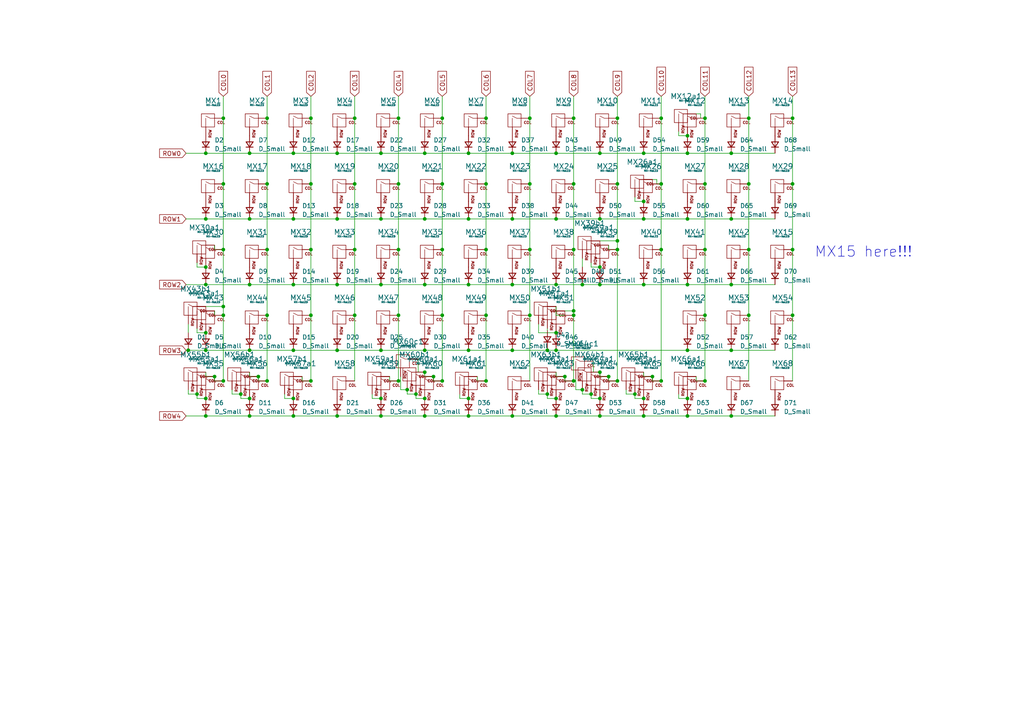
<source format=kicad_sch>
(kicad_sch (version 20230121) (generator eeschema)
  (paper "A4")
  (junction (at 77.47 72.39))
  (junction (at 110.49 120.65))
  (junction (at 85.09 44.45))
  (junction (at 148.59 63.5))
  (junction (at 166.37 34.29))
  (junction (at 179.07 72.39))
  (junction (at 229.87 91.44))
  (junction (at 186.69 120.65))
  (junction (at 115.57 34.29))
  (junction (at 204.47 53.34))
  (junction (at 161.29 82.55))
  (junction (at 199.39 115.57))
  (junction (at 179.07 34.29))
  (junction (at 163.83 109.22))
  (junction (at 199.39 82.55))
  (junction (at 148.59 82.55))
  (junction (at 128.27 34.29))
  (junction (at 69.85 114.3))
  (junction (at 128.27 110.49))
  (junction (at 59.69 96.52))
  (junction (at 135.89 82.55))
  (junction (at 90.17 53.34))
  (junction (at 173.99 63.5))
  (junction (at 97.79 120.65))
  (junction (at 59.69 77.47))
  (junction (at 64.77 53.34))
  (junction (at 217.17 72.39))
  (junction (at 148.59 44.45))
  (junction (at 161.29 120.65))
  (junction (at 168.91 113.03))
  (junction (at 123.19 63.5))
  (junction (at 72.39 82.55))
  (junction (at 128.27 91.44))
  (junction (at 212.09 120.65))
  (junction (at 212.09 82.55))
  (junction (at 189.23 109.22))
  (junction (at 59.69 101.6))
  (junction (at 191.77 72.39))
  (junction (at 64.77 72.39))
  (junction (at 110.49 63.5))
  (junction (at 72.39 63.5))
  (junction (at 166.37 72.39))
  (junction (at 85.09 120.65))
  (junction (at 115.57 53.34))
  (junction (at 135.89 63.5))
  (junction (at 176.53 109.22))
  (junction (at 72.39 101.6))
  (junction (at 173.99 44.45))
  (junction (at 59.69 63.5))
  (junction (at 217.17 53.34))
  (junction (at 72.39 44.45))
  (junction (at 153.67 34.29))
  (junction (at 62.23 109.22))
  (junction (at 54.61 101.6))
  (junction (at 153.67 72.39))
  (junction (at 110.49 82.55))
  (junction (at 191.77 110.49))
  (junction (at 140.97 53.34))
  (junction (at 186.69 115.57))
  (junction (at 229.87 34.29))
  (junction (at 148.59 120.65))
  (junction (at 140.97 34.29))
  (junction (at 158.75 101.6))
  (junction (at 140.97 91.44))
  (junction (at 72.39 120.65))
  (junction (at 186.69 58.42))
  (junction (at 123.19 115.57))
  (junction (at 97.79 44.45))
  (junction (at 204.47 91.44))
  (junction (at 102.87 53.34))
  (junction (at 186.69 44.45))
  (junction (at 135.89 115.57))
  (junction (at 123.19 82.55))
  (junction (at 179.07 53.34))
  (junction (at 59.69 115.57))
  (junction (at 179.07 110.49))
  (junction (at 204.47 34.29))
  (junction (at 115.57 72.39))
  (junction (at 97.79 101.6))
  (junction (at 123.19 44.45))
  (junction (at 186.69 82.55))
  (junction (at 153.67 53.34))
  (junction (at 125.73 109.22))
  (junction (at 166.37 53.34))
  (junction (at 199.39 120.65))
  (junction (at 161.29 44.45))
  (junction (at 184.15 114.3))
  (junction (at 153.67 91.44))
  (junction (at 179.07 69.85))
  (junction (at 59.69 120.65))
  (junction (at 123.19 101.6))
  (junction (at 64.77 34.29))
  (junction (at 212.09 44.45))
  (junction (at 212.09 101.6))
  (junction (at 161.29 115.57))
  (junction (at 110.49 115.57))
  (junction (at 158.75 114.3))
  (junction (at 118.11 113.03))
  (junction (at 64.77 110.49))
  (junction (at 64.77 91.44))
  (junction (at 64.77 88.9))
  (junction (at 90.17 91.44))
  (junction (at 173.99 115.57))
  (junction (at 97.79 82.55))
  (junction (at 212.09 63.5))
  (junction (at 59.69 82.55))
  (junction (at 173.99 107.95))
  (junction (at 77.47 91.44))
  (junction (at 57.15 114.3))
  (junction (at 115.57 91.44))
  (junction (at 110.49 44.45))
  (junction (at 140.97 110.49))
  (junction (at 171.45 114.3))
  (junction (at 128.27 72.39))
  (junction (at 140.97 72.39))
  (junction (at 229.87 53.34))
  (junction (at 85.09 101.6))
  (junction (at 199.39 101.6))
  (junction (at 173.99 120.65))
  (junction (at 120.65 114.3))
  (junction (at 166.37 110.49))
  (junction (at 135.89 101.6))
  (junction (at 204.47 110.49))
  (junction (at 217.17 91.44))
  (junction (at 128.27 53.34))
  (junction (at 90.17 72.39))
  (junction (at 85.09 115.57))
  (junction (at 77.47 53.34))
  (junction (at 173.99 82.55))
  (junction (at 161.29 101.6))
  (junction (at 217.17 34.29))
  (junction (at 102.87 91.44))
  (junction (at 115.57 110.49))
  (junction (at 135.89 44.45))
  (junction (at 102.87 72.39))
  (junction (at 135.89 120.65))
  (junction (at 123.19 120.65))
  (junction (at 166.37 90.17))
  (junction (at 97.79 63.5))
  (junction (at 85.09 82.55))
  (junction (at 204.47 72.39))
  (junction (at 77.47 34.29))
  (junction (at 199.39 63.5))
  (junction (at 161.29 96.52))
  (junction (at 72.39 115.57))
  (junction (at 102.87 34.29))
  (junction (at 59.69 44.45))
  (junction (at 229.87 72.39))
  (junction (at 90.17 34.29))
  (junction (at 168.91 82.55))
  (junction (at 85.09 63.5))
  (junction (at 191.77 53.34))
  (junction (at 199.39 39.37))
  (junction (at 166.37 91.44))
  (junction (at 123.19 107.95))
  (junction (at 161.29 63.5))
  (junction (at 186.69 63.5))
  (junction (at 199.39 44.45))
  (junction (at 173.99 77.47))
  (junction (at 191.77 34.29))
  (junction (at 148.59 101.6))
  (junction (at 74.93 109.22))
  (junction (at 110.49 101.6))
  (junction (at 77.47 110.49))
  (junction (at 90.17 110.49))
  (wire (pts (xy 190.5 52.07) (xy 190.5 53.34)))
  (wire (pts (xy 67.31 114.3) (xy 69.85 114.3)))
  (wire (pts (xy 161.29 120.65) (xy 173.99 120.65)))
  (wire (pts (xy 171.45 114.3) (xy 171.45 115.57)))
  (wire (pts (xy 107.95 115.57) (xy 110.49 115.57)))
  (wire (pts (xy 113.03 109.22) (xy 113.03 110.49)))
  (wire (pts (xy 204.47 27.94) (xy 204.47 34.29)))
  (wire (pts (xy 90.17 91.44) (xy 90.17 110.49)))
  (wire (pts (xy 123.19 44.45) (xy 135.89 44.45)))
  (wire (pts (xy 74.93 110.49) (xy 77.47 110.49)))
  (wire (pts (xy 72.39 44.45) (xy 85.09 44.45)))
  (wire (pts (xy 85.09 120.65) (xy 97.79 120.65)))
  (wire (pts (xy 90.17 27.94) (xy 90.17 34.29)))
  (wire (pts (xy 181.61 113.03) (xy 181.61 114.3)))
  (wire (pts (xy 168.91 82.55) (xy 173.99 82.55)))
  (wire (pts (xy 156.21 113.03) (xy 156.21 114.3)))
  (wire (pts (xy 173.99 44.45) (xy 186.69 44.45)))
  (wire (pts (xy 53.975 63.5) (xy 59.69 63.5)))
  (wire (pts (xy 53.975 101.6) (xy 54.61 101.6)))
  (wire (pts (xy 179.07 72.39) (xy 179.07 110.49)))
  (wire (pts (xy 85.09 44.45) (xy 97.79 44.45)))
  (wire (pts (xy 59.69 96.52) (xy 57.15 96.52)))
  (wire (pts (xy 57.15 96.52) (xy 57.15 95.25)))
  (wire (pts (xy 186.69 82.55) (xy 199.39 82.55)))
  (wire (pts (xy 199.39 63.5) (xy 212.09 63.5)))
  (wire (pts (xy 161.29 44.45) (xy 173.99 44.45)))
  (wire (pts (xy 148.59 82.55) (xy 161.29 82.55)))
  (wire (pts (xy 115.57 53.34) (xy 115.57 34.29)))
  (wire (pts (xy 97.79 101.6) (xy 110.49 101.6)))
  (wire (pts (xy 163.83 109.22) (xy 163.83 110.49)))
  (wire (pts (xy 176.53 109.22) (xy 176.53 110.49)))
  (wire (pts (xy 102.87 91.44) (xy 102.87 110.49)))
  (wire (pts (xy 120.65 115.57) (xy 123.19 115.57)))
  (wire (pts (xy 140.97 34.29) (xy 140.97 53.34)))
  (wire (pts (xy 204.47 34.29) (xy 204.47 53.34)))
  (wire (pts (xy 184.15 115.57) (xy 186.69 115.57)))
  (wire (pts (xy 186.69 58.42) (xy 184.15 58.42)))
  (wire (pts (xy 171.45 115.57) (xy 173.99 115.57)))
  (wire (pts (xy 72.39 120.65) (xy 85.09 120.65)))
  (wire (pts (xy 62.23 109.22) (xy 62.23 110.49)))
  (wire (pts (xy 212.09 82.55) (xy 224.79 82.55)))
  (wire (pts (xy 191.77 34.29) (xy 191.77 27.94)))
  (wire (pts (xy 102.87 27.94) (xy 102.87 34.29)))
  (wire (pts (xy 173.99 109.22) (xy 176.53 109.22)))
  (wire (pts (xy 153.67 27.94) (xy 153.67 34.29)))
  (wire (pts (xy 199.39 82.55) (xy 212.09 82.55)))
  (wire (pts (xy 199.39 120.65) (xy 212.09 120.65)))
  (wire (pts (xy 59.69 107.95) (xy 59.69 109.22)))
  (wire (pts (xy 62.23 110.49) (xy 64.77 110.49)))
  (wire (pts (xy 217.17 34.29) (xy 217.17 27.94)))
  (wire (pts (xy 102.87 72.39) (xy 102.87 91.44)))
  (wire (pts (xy 77.47 27.94) (xy 77.47 34.29)))
  (wire (pts (xy 53.975 82.55) (xy 59.69 82.55)))
  (wire (pts (xy 54.61 93.98) (xy 54.61 96.52)))
  (wire (pts (xy 125.73 110.49) (xy 128.27 110.49)))
  (wire (pts (xy 133.35 115.57) (xy 135.89 115.57)))
  (wire (pts (xy 59.69 109.22) (xy 62.23 109.22)))
  (wire (pts (xy 166.37 34.29) (xy 166.37 27.94)))
  (wire (pts (xy 140.97 91.44) (xy 140.97 110.49)))
  (wire (pts (xy 97.79 63.5) (xy 110.49 63.5)))
  (wire (pts (xy 163.83 90.17) (xy 166.37 90.17)))
  (wire (pts (xy 64.77 27.94) (xy 64.77 34.29)))
  (wire (pts (xy 102.87 53.34) (xy 102.87 72.39)))
  (wire (pts (xy 201.93 109.22) (xy 201.93 110.49)))
  (wire (pts (xy 229.87 27.94) (xy 229.87 34.29)))
  (wire (pts (xy 59.69 120.65) (xy 72.39 120.65)))
  (wire (pts (xy 69.85 114.3) (xy 69.85 115.57)))
  (wire (pts (xy 186.69 44.45) (xy 199.39 44.45)))
  (wire (pts (xy 110.49 120.65) (xy 123.19 120.65)))
  (wire (pts (xy 59.69 77.47) (xy 57.15 77.47)))
  (wire (pts (xy 158.75 114.3) (xy 158.75 115.57)))
  (wire (pts (xy 128.27 53.34) (xy 128.27 72.39)))
  (wire (pts (xy 57.15 114.3) (xy 57.15 115.57)))
  (wire (pts (xy 128.27 27.94) (xy 128.27 34.29)))
  (wire (pts (xy 121.285 104.14) (xy 121.285 107.95)))
  (wire (pts (xy 97.79 44.45) (xy 110.49 44.45)))
  (wire (pts (xy 90.17 72.39) (xy 90.17 91.44)))
  (wire (pts (xy 62.23 91.44) (xy 64.77 91.44)))
  (wire (pts (xy 173.99 107.95) (xy 173.99 109.22)))
  (wire (pts (xy 107.95 114.3) (xy 107.95 115.57)))
  (wire (pts (xy 156.21 93.98) (xy 156.21 96.52)))
  (wire (pts (xy 82.55 114.3) (xy 82.55 115.57)))
  (wire (pts (xy 173.99 82.55) (xy 186.69 82.55)))
  (wire (pts (xy 59.69 63.5) (xy 72.39 63.5)))
  (wire (pts (xy 53.975 120.65) (xy 59.69 120.65)))
  (wire (pts (xy 196.85 114.3) (xy 196.85 115.57)))
  (wire (pts (xy 186.69 120.65) (xy 199.39 120.65)))
  (wire (pts (xy 128.27 34.29) (xy 128.27 53.34)))
  (wire (pts (xy 217.17 53.34) (xy 217.17 34.29)))
  (wire (pts (xy 53.975 44.45) (xy 59.69 44.45)))
  (wire (pts (xy 148.59 101.6) (xy 158.75 101.6)))
  (wire (pts (xy 176.53 110.49) (xy 179.07 110.49)))
  (wire (pts (xy 166.37 91.44) (xy 166.37 110.49)))
  (wire (pts (xy 135.89 120.65) (xy 148.59 120.65)))
  (wire (pts (xy 90.17 53.34) (xy 90.17 72.39)))
  (wire (pts (xy 189.23 110.49) (xy 191.77 110.49)))
  (wire (pts (xy 110.49 44.45) (xy 123.19 44.45)))
  (wire (pts (xy 204.47 91.44) (xy 204.47 110.49)))
  (wire (pts (xy 121.285 107.95) (xy 123.19 107.95)))
  (wire (pts (xy 153.67 72.39) (xy 153.67 91.44)))
  (wire (pts (xy 173.99 77.47) (xy 171.45 77.47)))
  (wire (pts (xy 113.03 110.49) (xy 115.57 110.49)))
  (wire (pts (xy 189.23 52.07) (xy 190.5 52.07)))
  (wire (pts (xy 212.09 101.6) (xy 199.39 101.6)))
  (wire (pts (xy 158.75 100.965) (xy 158.75 101.6)))
  (wire (pts (xy 116.205 109.22) (xy 116.205 113.03)))
  (wire (pts (xy 115.57 34.29) (xy 115.57 27.94)))
  (wire (pts (xy 224.79 101.6) (xy 212.09 101.6)))
  (wire (pts (xy 156.21 96.52) (xy 161.29 96.52)))
  (wire (pts (xy 172.085 104.775) (xy 172.085 107.95)))
  (wire (pts (xy 204.47 53.34) (xy 204.47 72.39)))
  (wire (pts (xy 229.87 34.29) (xy 229.87 53.34)))
  (wire (pts (xy 59.69 101.6) (xy 72.39 101.6)))
  (wire (pts (xy 123.19 82.55) (xy 135.89 82.55)))
  (wire (pts (xy 196.85 115.57) (xy 199.39 115.57)))
  (wire (pts (xy 128.27 72.39) (xy 128.27 91.44)))
  (wire (pts (xy 135.89 101.6) (xy 148.59 101.6)))
  (wire (pts (xy 176.53 71.12) (xy 176.53 72.39)))
  (wire (pts (xy 67.31 113.03) (xy 67.31 114.3)))
  (wire (pts (xy 173.99 69.85) (xy 179.07 69.85)))
  (wire (pts (xy 148.59 44.45) (xy 161.29 44.45)))
  (wire (pts (xy 161.29 82.55) (xy 168.91 82.55)))
  (wire (pts (xy 123.19 63.5) (xy 135.89 63.5)))
  (wire (pts (xy 166.37 72.39) (xy 166.37 90.17)))
  (wire (pts (xy 161.29 63.5) (xy 173.99 63.5)))
  (wire (pts (xy 171.45 77.47) (xy 171.45 76.2)))
  (wire (pts (xy 179.07 53.34) (xy 179.07 69.85)))
  (wire (pts (xy 77.47 34.29) (xy 77.47 53.34)))
  (wire (pts (xy 167.005 109.855) (xy 167.005 113.03)))
  (wire (pts (xy 64.77 88.9) (xy 64.77 91.44)))
  (wire (pts (xy 229.87 72.39) (xy 229.87 91.44)))
  (wire (pts (xy 135.89 82.55) (xy 148.59 82.55)))
  (wire (pts (xy 173.99 120.65) (xy 186.69 120.65)))
  (wire (pts (xy 148.59 63.5) (xy 161.29 63.5)))
  (wire (pts (xy 163.83 110.49) (xy 166.37 110.49)))
  (wire (pts (xy 168.91 114.3) (xy 171.45 114.3)))
  (wire (pts (xy 82.55 115.57) (xy 85.09 115.57)))
  (wire (pts (xy 64.77 72.39) (xy 64.77 88.9)))
  (wire (pts (xy 57.15 77.47) (xy 57.15 76.2)))
  (wire (pts (xy 123.19 120.65) (xy 135.89 120.65)))
  (wire (pts (xy 72.39 109.22) (xy 74.93 109.22)))
  (wire (pts (xy 186.69 63.5) (xy 199.39 63.5)))
  (wire (pts (xy 120.65 114.3) (xy 120.65 115.57)))
  (wire (pts (xy 85.09 82.55) (xy 97.79 82.55)))
  (wire (pts (xy 212.09 63.5) (xy 224.79 63.5)))
  (wire (pts (xy 110.49 101.6) (xy 123.19 101.6)))
  (wire (pts (xy 153.67 34.29) (xy 153.67 53.34)))
  (wire (pts (xy 115.57 110.49) (xy 115.57 91.44)))
  (wire (pts (xy 102.87 34.29) (xy 102.87 53.34)))
  (wire (pts (xy 59.69 82.55) (xy 72.39 82.55)))
  (wire (pts (xy 168.91 74.93) (xy 168.91 77.47)))
  (wire (pts (xy 179.07 69.85) (xy 179.07 72.39)))
  (wire (pts (xy 97.79 82.55) (xy 110.49 82.55)))
  (wire (pts (xy 167.005 113.03) (xy 168.91 113.03)))
  (wire (pts (xy 77.47 91.44) (xy 77.47 110.49)))
  (wire (pts (xy 118.11 113.03) (xy 118.11 114.3)))
  (wire (pts (xy 135.89 44.45) (xy 148.59 44.45)))
  (wire (pts (xy 191.77 53.34) (xy 191.77 34.29)))
  (wire (pts (xy 229.87 53.34) (xy 229.87 72.39)))
  (wire (pts (xy 128.27 91.44) (xy 128.27 110.49)))
  (wire (pts (xy 229.87 91.44) (xy 229.87 110.49)))
  (wire (pts (xy 115.57 91.44) (xy 115.57 72.39)))
  (wire (pts (xy 59.69 44.45) (xy 72.39 44.45)))
  (wire (pts (xy 125.73 109.22) (xy 125.73 110.49)))
  (wire (pts (xy 97.79 120.65) (xy 110.49 120.65)))
  (wire (pts (xy 140.97 27.94) (xy 140.97 34.29)))
  (wire (pts (xy 201.93 110.49) (xy 204.47 110.49)))
  (wire (pts (xy 217.17 110.49) (xy 217.17 91.44)))
  (wire (pts (xy 156.21 114.3) (xy 158.75 114.3)))
  (wire (pts (xy 87.63 109.22) (xy 87.63 110.49)))
  (wire (pts (xy 166.37 90.17) (xy 166.37 91.44)))
  (wire (pts (xy 77.47 72.39) (xy 77.47 91.44)))
  (wire (pts (xy 179.07 34.29) (xy 179.07 53.34)))
  (wire (pts (xy 133.35 114.3) (xy 133.35 115.57)))
  (wire (pts (xy 72.39 82.55) (xy 85.09 82.55)))
  (wire (pts (xy 138.43 109.22) (xy 138.43 110.49)))
  (wire (pts (xy 203.2 34.29) (xy 204.47 34.29)))
  (wire (pts (xy 64.77 91.44) (xy 64.77 110.49)))
  (wire (pts (xy 123.19 107.95) (xy 123.19 109.22)))
  (wire (pts (xy 85.09 101.6) (xy 97.79 101.6)))
  (wire (pts (xy 54.61 114.3) (xy 57.15 114.3)))
  (wire (pts (xy 176.53 72.39) (xy 179.07 72.39)))
  (wire (pts (xy 158.75 115.57) (xy 161.29 115.57)))
  (wire (pts (xy 189.23 109.22) (xy 189.23 110.49)))
  (wire (pts (xy 138.43 110.49) (xy 140.97 110.49)))
  (wire (pts (xy 179.07 27.94) (xy 179.07 34.29)))
  (wire (pts (xy 199.39 39.37) (xy 196.85 39.37)))
  (wire (pts (xy 90.17 34.29) (xy 90.17 53.34)))
  (wire (pts (xy 153.67 91.44) (xy 153.67 110.49)))
  (wire (pts (xy 69.85 115.57) (xy 72.39 115.57)))
  (wire (pts (xy 54.61 101.6) (xy 59.69 101.6)))
  (wire (pts (xy 148.59 120.65) (xy 161.29 120.65)))
  (wire (pts (xy 168.91 113.03) (xy 168.91 114.3)))
  (wire (pts (xy 186.69 107.95) (xy 186.69 109.22)))
  (wire (pts (xy 64.77 34.29) (xy 64.77 53.34)))
  (wire (pts (xy 186.69 109.22) (xy 189.23 109.22)))
  (wire (pts (xy 161.29 109.22) (xy 163.83 109.22)))
  (wire (pts (xy 161.29 101.6) (xy 199.39 101.6)))
  (wire (pts (xy 64.77 53.34) (xy 64.77 72.39)))
  (wire (pts (xy 110.49 82.55) (xy 123.19 82.55)))
  (wire (pts (xy 87.63 110.49) (xy 90.17 110.49)))
  (wire (pts (xy 161.29 91.44) (xy 166.37 91.44)))
  (wire (pts (xy 72.39 101.6) (xy 85.09 101.6)))
  (wire (pts (xy 181.61 114.3) (xy 184.15 114.3)))
  (wire (pts (xy 196.85 39.37) (xy 196.85 38.1)))
  (wire (pts (xy 224.79 120.65) (xy 212.09 120.65)))
  (wire (pts (xy 184.15 114.3) (xy 184.15 115.57)))
  (wire (pts (xy 72.39 107.95) (xy 72.39 109.22)))
  (wire (pts (xy 158.75 101.6) (xy 161.29 101.6)))
  (wire (pts (xy 172.085 107.95) (xy 173.99 107.95)))
  (wire (pts (xy 166.37 53.34) (xy 166.37 34.29)))
  (wire (pts (xy 217.17 91.44) (xy 217.17 72.39)))
  (wire (pts (xy 203.2 33.02) (xy 203.2 34.29)))
  (wire (pts (xy 191.77 72.39) (xy 191.77 110.49)))
  (wire (pts (xy 85.09 63.5) (xy 97.79 63.5)))
  (wire (pts (xy 62.23 90.17) (xy 62.23 91.44)))
  (wire (pts (xy 173.99 63.5) (xy 186.69 63.5)))
  (wire (pts (xy 140.97 72.39) (xy 140.97 91.44)))
  (wire (pts (xy 135.89 63.5) (xy 148.59 63.5)))
  (wire (pts (xy 166.37 72.39) (xy 166.37 53.34)))
  (wire (pts (xy 118.11 114.3) (xy 120.65 114.3)))
  (wire (pts (xy 184.15 58.42) (xy 184.15 57.15)))
  (wire (pts (xy 161.29 107.95) (xy 161.29 109.22)))
  (wire (pts (xy 204.47 72.39) (xy 204.47 91.44)))
  (wire (pts (xy 212.09 44.45) (xy 224.79 44.45)))
  (wire (pts (xy 161.29 88.9) (xy 161.29 91.44)))
  (wire (pts (xy 57.15 115.57) (xy 59.69 115.57)))
  (wire (pts (xy 199.39 44.45) (xy 212.09 44.45)))
  (wire (pts (xy 123.19 109.22) (xy 125.73 109.22)))
  (wire (pts (xy 110.49 63.5) (xy 123.19 63.5)))
  (wire (pts (xy 77.47 53.34) (xy 77.47 72.39)))
  (wire (pts (xy 116.205 113.03) (xy 118.11 113.03)))
  (wire (pts (xy 54.61 113.03) (xy 54.61 114.3)))
  (wire (pts (xy 191.77 72.39) (xy 191.77 53.34)))
  (wire (pts (xy 153.67 53.34) (xy 153.67 72.39)))
  (wire (pts (xy 72.39 63.5) (xy 85.09 63.5)))
  (wire (pts (xy 140.97 53.34) (xy 140.97 72.39)))
  (wire (pts (xy 201.93 33.02) (xy 203.2 33.02)))
  (wire (pts (xy 74.93 109.22) (xy 74.93 110.49)))
  (wire (pts (xy 217.17 72.39) (xy 217.17 53.34)))
  (wire (pts (xy 62.23 72.39) (xy 64.77 72.39)))
  (wire (pts (xy 59.69 88.9) (xy 64.77 88.9)))
  (wire (pts (xy 190.5 53.34) (xy 191.77 53.34)))
  (wire (pts (xy 115.57 72.39) (xy 115.57 53.34)))
  (wire (pts (xy 158.75 95.25) (xy 158.75 95.885)))
  (wire (pts (xy 62.23 71.12) (xy 62.23 72.39)))
  (wire (pts (xy 123.19 101.6) (xy 135.89 101.6)))
  (text "MX15 here!!!\n" (at 236.22 74.93 0) (effects (font (size 3 3)) (justify left bottom)))
  (global_label "COL3" (shape input) (at 102.87 27.94 90) (property "Intersheetrefs" "${INTERSHEET_REFS}" (effects hide)))
  (global_label "ROW3" (shape input) (at 53.975 101.6 180) (property "Intersheetrefs" "${INTERSHEET_REFS}" (effects hide)))
  (global_label "COL12" (shape input) (at 217.17 27.94 90) (property "Intersheetrefs" "${INTERSHEET_REFS}" (effects hide)))
  (global_label "COL6" (shape input) (at 140.97 27.94 90) (property "Intersheetrefs" "${INTERSHEET_REFS}" (effects hide)))
  (global_label "COL9" (shape input) (at 179.07 27.94 90) (property "Intersheetrefs" "${INTERSHEET_REFS}" (effects hide)))
  (global_label "ROW0" (shape input) (at 53.975 44.45 180) (property "Intersheetrefs" "${INTERSHEET_REFS}" (effects hide)))
  (global_label "ROW2" (shape input) (at 53.975 82.55 180) (property "Intersheetrefs" "${INTERSHEET_REFS}" (effects hide)))
  (global_label "COL10" (shape input) (at 191.77 27.94 90) (property "Intersheetrefs" "${INTERSHEET_REFS}" (effects hide)))
  (global_label "COL7" (shape input) (at 153.67 27.94 90) (property "Intersheetrefs" "${INTERSHEET_REFS}" (effects hide)))
  (global_label "COL11" (shape input) (at 204.47 27.94 90) (property "Intersheetrefs" "${INTERSHEET_REFS}" (effects hide)))
  (global_label "COL8" (shape input) (at 166.37 27.94 90) (property "Intersheetrefs" "${INTERSHEET_REFS}" (effects hide)))
  (global_label "ROW1" (shape input) (at 53.975 63.5 180) (property "Intersheetrefs" "${INTERSHEET_REFS}" (effects hide)))
  (global_label "COL4" (shape input) (at 115.57 27.94 90) (property "Intersheetrefs" "${INTERSHEET_REFS}" (effects hide)))
  (global_label "COL13" (shape input) (at 229.87 27.94 90) (property "Intersheetrefs" "${INTERSHEET_REFS}" (effects hide)))
  (global_label "ROW4" (shape input) (at 53.975 120.65 180) (property "Intersheetrefs" "${INTERSHEET_REFS}" (effects hide)))
  (global_label "COL2" (shape input) (at 90.17 27.94 90) (property "Intersheetrefs" "${INTERSHEET_REFS}" (effects hide)))
  (global_label "COL0" (shape input) (at 64.77 27.94 90) (property "Intersheetrefs" "${INTERSHEET_REFS}" (effects hide)))
  (global_label "COL1" (shape input) (at 77.47 27.94 90) (property "Intersheetrefs" "${INTERSHEET_REFS}" (effects hide)))
  (global_label "COL5" (shape input) (at 128.27 27.94 90) (property "Intersheetrefs" "${INTERSHEET_REFS}" (effects hide)))
  (symbol (lib_id "MX_Alps_Hybrid:MX-NoLED") (at 187.96 73.66 0) (unit 1)
    (property "Reference" "MX40" (at 188.8456 67.31 0) (effects (font (size 1.524 1.524))))
    (property "Value" "MX-NoLED" (at 188.8456 68.58 0) (effects (font (size 0.508 0.508))))
    (property "Footprint" "MX_Only:MXOnly-1U-NoLED" (effects hide))
  )
  (symbol (lib_id "Device:D_Small") (at 148.59 60.96 90) (unit 1)
    (property "Reference" "D38" (at 151.13 59.6899 90) (effects (justify right)))
    (property "Value" "D_Small" (at 151.13 62.2299 90) (effects (justify right)))
    (property "Footprint" "Diode_SMD:D_SOD-123F" (effects hide))
  )
  (symbol (lib_id "MX_Alps_Hybrid:MX-NoLED") (at 149.86 35.56 0) (unit 1)
    (property "Reference" "MX8" (at 150.7456 29.21 0) (effects (font (size 1.524 1.524))))
    (property "Value" "MX-NoLED" (at 150.7456 30.48 0) (effects (font (size 0.508 0.508))))
    (property "Footprint" "MX_Only:MXOnly-1U-NoLED" (effects hide))
  )
  (symbol (lib_id "MX_Alps_Hybrid:MX-NoLED") (at 226.06 111.76 0) (unit 1)
    (property "Reference" "MX68" (at 226.9456 105.41 0) (effects (font (size 1.524 1.524))))
    (property "Value" "MX-NoLED" (at 226.9456 106.68 0) (effects (font (size 0.508 0.508))))
    (property "Footprint" "MX_Only:MXOnly-1U-NoLED" (effects hide))
  )
  (symbol (lib_id "MX_Alps_Hybrid:MX-NoLED") (at 137.16 54.61 0) (unit 1)
    (property "Reference" "MX22" (at 138.0456 48.26 0) (effects (font (size 1.524 1.524))))
    (property "Value" "MX-NoLED" (at 138.0456 49.53 0) (effects (font (size 0.508 0.508))))
    (property "Footprint" "MX_Only:MXOnly-1U-NoLED" (effects hide))
  )
  (symbol (lib_id "Device:D_Small") (at 212.09 80.01 90) (unit 1)
    (property "Reference" "D66" (at 214.63 78.7399 90) (effects (justify right)))
    (property "Value" "D_Small" (at 214.63 81.2799 90) (effects (justify right)))
    (property "Footprint" "Diode_SMD:D_SOD-123F" (effects hide))
  )
  (symbol (lib_id "MX_Alps_Hybrid:MX-NoLED") (at 137.16 111.76 0) (unit 1)
    (property "Reference" "MX61" (at 138.0456 105.41 0) (effects (font (size 1.524 1.524))))
    (property "Value" "MX-NoLED" (at 138.0456 106.68 0) (effects (font (size 0.508 0.508))))
    (property "Footprint" "MX_Only:MXOnly-2.25U-ReversedStabilizers-NoLED" (effects hide))
  )
  (symbol (lib_id "MX_Alps_Hybrid:MX-NoLED") (at 168.275 106.045 0) (unit 1)
    (property "Reference" "MX64c1" (at 169.1606 99.695 0) (effects (font (size 1.524 1.524))))
    (property "Value" "MX-NoLED" (at 169.1606 100.965 0) (effects (font (size 0.508 0.508))))
    (property "Footprint" "MX_Only:MXOnly-1U-NoLED" (effects hide))
  )
  (symbol (lib_id "Device:D_Small") (at 85.09 80.01 90) (unit 1)
    (property "Reference" "D14" (at 87.63 78.7399 90) (effects (justify right)))
    (property "Value" "D_Small" (at 87.63 81.2799 90) (effects (justify right)))
    (property "Footprint" "Diode_SMD:D_SOD-123F" (effects hide))
  )
  (symbol (lib_id "Device:D_Small") (at 161.29 60.96 90) (unit 1)
    (property "Reference" "D44" (at 163.83 59.6899 90) (effects (justify right)))
    (property "Value" "D_Small" (at 163.83 62.2299 90) (effects (justify right)))
    (property "Footprint" "Diode_SMD:D_SOD-123F" (effects hide))
  )
  (symbol (lib_id "Device:D_Small") (at 173.99 60.96 90) (unit 1)
    (property "Reference" "D50" (at 176.53 59.6899 90) (effects (justify right)))
    (property "Value" "D_Small" (at 176.53 62.2299 90) (effects (justify right)))
    (property "Footprint" "Diode_SMD:D_SOD-123F" (effects hide))
  )
  (symbol (lib_id "MX_Alps_Hybrid:MX-NoLED") (at 86.36 111.76 0) (unit 1)
    (property "Reference" "MX57a1" (at 87.2456 105.41 0) (effects (font (size 1.524 1.524))))
    (property "Value" "MX-NoLED" (at 87.2456 106.68 0) (effects (font (size 0.508 0.508))))
    (property "Footprint" "MX_Only:MXOnly-1U-NoLED" (effects hide))
  )
  (symbol (lib_id "MX_Alps_Hybrid:MX-NoLED") (at 60.96 35.56 0) (unit 1)
    (property "Reference" "MX1" (at 61.8456 29.21 0) (effects (font (size 1.524 1.524))))
    (property "Value" "MX-NoLED" (at 61.8456 30.48 0) (effects (font (size 0.508 0.508))))
    (property "Footprint" "MX_Only:MXOnly-1U-NoLED" (effects hide))
  )
  (symbol (lib_id "MX_Alps_Hybrid:MX-NoLED") (at 172.72 72.39 0) (unit 1)
    (property "Reference" "MX39a1" (at 173.6056 66.04 0) (effects (font (size 1.524 1.524))))
    (property "Value" "MX-NoLED" (at 173.6056 67.31 0) (effects (font (size 0.508 0.508))))
    (property "Footprint" "MX_Only:MXOnly-1U-NoLED" (effects hide))
  )
  (symbol (lib_id "MX_Alps_Hybrid:MX-NoLED") (at 213.36 35.56 0) (unit 1)
    (property "Reference" "MX13" (at 214.2456 29.21 0) (effects (font (size 1.524 1.524))))
    (property "Value" "MX-NoLED" (at 214.2456 30.48 0) (effects (font (size 0.508 0.508))))
    (property "Footprint" "MX_Only:MXOnly-1U-NoLED" (effects hide))
  )
  (symbol (lib_id "MX_Alps_Hybrid:MX-NoLED") (at 175.26 35.56 0) (unit 1)
    (property "Reference" "MX10" (at 176.1456 29.21 0) (effects (font (size 1.524 1.524))))
    (property "Value" "MX-NoLED" (at 176.1456 30.48 0) (effects (font (size 0.508 0.508))))
    (property "Footprint" "MX_Only:MXOnly-1U-NoLED" (effects hide))
  )
  (symbol (lib_id "Device:D_Small") (at 224.79 60.96 90) (unit 1)
    (property "Reference" "D69" (at 227.33 59.6899 90) (effects (justify right)))
    (property "Value" "D_Small" (at 227.33 62.2299 90) (effects (justify right)))
    (property "Footprint" "Diode_SMD:D_SOD-123F" (effects hide))
  )
  (symbol (lib_id "Device:D_Small") (at 224.79 99.06 90) (unit 1)
    (property "Reference" "D62" (at 227.33 97.7899 90) (effects (justify right)))
    (property "Value" "D_Small" (at 227.33 100.3299 90) (effects (justify right)))
    (property "Footprint" "Diode_SMD:D_SOD-123F" (effects hide))
  )
  (symbol (lib_id "MX_Alps_Hybrid:MX-NoLED") (at 187.96 35.56 0) (unit 1)
    (property "Reference" "MX11" (at 188.8456 29.21 0) (effects (font (size 1.524 1.524))))
    (property "Value" "MX-NoLED" (at 188.8456 30.48 0) (effects (font (size 0.508 0.508))))
    (property "Footprint" "MX_Only:MXOnly-1U-NoLED" (effects hide))
  )
  (symbol (lib_id "MX_Alps_Hybrid:MX-NoLED") (at 58.42 110.49 0) (unit 1)
    (property "Reference" "MX55a1" (at 59.3056 104.14 0) (effects (font (size 1.524 1.524))))
    (property "Value" "MX-NoLED" (at 59.3056 105.41 0) (effects (font (size 0.508 0.508))))
    (property "Footprint" "MX_Only:MXOnly-1.25U-NoLED" (effects hide))
  )
  (symbol (lib_id "Device:D_Small") (at 199.39 80.01 90) (unit 1)
    (property "Reference" "D61" (at 201.93 78.7399 90) (effects (justify right)))
    (property "Value" "D_Small" (at 201.93 81.2799 90) (effects (justify right)))
    (property "Footprint" "Diode_SMD:D_SOD-123F" (effects hide))
  )
  (symbol (lib_id "Device:D_Small") (at 123.19 80.01 90) (unit 1)
    (property "Reference" "D29" (at 125.73 78.7399 90) (effects (justify right)))
    (property "Value" "D_Small" (at 125.73 81.2799 90) (effects (justify right)))
    (property "Footprint" "Diode_SMD:D_SOD-123F" (effects hide))
  )
  (symbol (lib_id "MX_Alps_Hybrid:MX-NoLED") (at 99.06 54.61 0) (unit 1)
    (property "Reference" "MX19" (at 99.9456 48.26 0) (effects (font (size 1.524 1.524))))
    (property "Value" "MX-NoLED" (at 99.9456 49.53 0) (effects (font (size 0.508 0.508))))
    (property "Footprint" "MX_Only:MXOnly-1U-NoLED" (effects hide))
  )
  (symbol (lib_id "Device:D_Small") (at 168.91 80.01 90) (unit 1)
    (property "Reference" "D48" (at 171.45 78.7399 90) (effects (justify right)))
    (property "Value" "D_Small" (at 171.45 81.2799 90) (effects (justify right)))
    (property "Footprint" "Diode_SMD:D_SOD-123F" (effects hide))
  )
  (symbol (lib_id "Device:D_Small") (at 110.49 99.06 90) (unit 1)
    (property "Reference" "D25" (at 113.03 97.7899 90) (effects (justify right)))
    (property "Value" "D_Small" (at 113.03 100.3299 90) (effects (justify right)))
    (property "Footprint" "Diode_SMD:D_SOD-123F" (effects hide))
  )
  (symbol (lib_id "MX_Alps_Hybrid:MX-NoLED") (at 86.36 92.71 0) (unit 1)
    (property "Reference" "MX45" (at 87.2456 86.36 0) (effects (font (size 1.524 1.524))))
    (property "Value" "MX-NoLED" (at 87.2456 87.63 0) (effects (font (size 0.508 0.508))))
    (property "Footprint" "MX_Only:MXOnly-1U-NoLED" (effects hide))
  )
  (symbol (lib_id "Device:D_Small") (at 186.69 118.11 90) (unit 1)
    (property "Reference" "D58" (at 189.23 116.8399 90) (effects (justify right)))
    (property "Value" "D_Small" (at 189.23 119.3799 90) (effects (justify right)))
    (property "Footprint" "Diode_SMD:D_SOD-123F" (effects hide))
  )
  (symbol (lib_id "MX_Alps_Hybrid:MX-NoLED") (at 73.66 35.56 0) (unit 1)
    (property "Reference" "MX2" (at 74.5456 29.21 0) (effects (font (size 1.524 1.524))))
    (property "Value" "MX-NoLED" (at 74.5456 30.48 0) (effects (font (size 0.508 0.508))))
    (property "Footprint" "MX_Only:MXOnly-1U-NoLED" (effects hide))
  )
  (symbol (lib_id "MX_Alps_Hybrid:MX-NoLED") (at 185.42 53.34 0) (unit 1)
    (property "Reference" "MX26a1" (at 186.3056 46.99 0) (effects (font (size 1.524 1.524))))
    (property "Value" "MX-NoLED" (at 186.3056 48.26 0) (effects (font (size 0.508 0.508))))
    (property "Footprint" "MX_Only:MXOnly-ISO-ReversedStabilizers-NoLED" (effects hide))
  )
  (symbol (lib_id "MX_Alps_Hybrid:MX-NoLED") (at 99.06 111.76 0) (unit 1)
    (property "Reference" "MX58" (at 99.9456 105.41 0) (effects (font (size 1.524 1.524))))
    (property "Value" "MX-NoLED" (at 99.9456 106.68 0) (effects (font (size 0.508 0.508))))
    (property "Footprint" "MX_Only:MXOnly-1U-NoLED" (effects hide))
  )
  (symbol (lib_id "MX_Alps_Hybrid:MX-NoLED") (at 137.16 92.71 0) (unit 1)
    (property "Reference" "MX49" (at 138.0456 86.36 0) (effects (font (size 1.524 1.524))))
    (property "Value" "MX-NoLED" (at 138.0456 87.63 0) (effects (font (size 0.508 0.508))))
    (property "Footprint" "MX_Only:MXOnly-1U-NoLED" (effects hide))
  )
  (symbol (lib_id "Device:D_Small") (at 97.79 99.06 90) (unit 1)
    (property "Reference" "D20" (at 100.33 97.7899 90) (effects (justify right)))
    (property "Value" "D_Small" (at 100.33 100.3299 90) (effects (justify right)))
    (property "Footprint" "Diode_SMD:D_SOD-123F" (effects hide))
  )
  (symbol (lib_id "Device:D_Small") (at 186.69 60.96 90) (unit 1)
    (property "Reference" "D55" (at 189.23 59.6899 90) (effects (justify right)))
    (property "Value" "D_Small" (at 189.23 62.2299 90) (effects (justify right)))
    (property "Footprint" "Diode_SMD:D_SOD-123F" (effects hide))
  )
  (symbol (lib_id "MX_Alps_Hybrid:MX-NoLED") (at 111.76 92.71 0) (unit 1)
    (property "Reference" "MX47" (at 112.6456 86.36 0) (effects (font (size 1.524 1.524))))
    (property "Value" "MX-NoLED" (at 112.6456 87.63 0) (effects (font (size 0.508 0.508))))
    (property "Footprint" "MX_Only:MXOnly-1U-NoLED" (effects hide))
  )
  (symbol (lib_id "Device:D_Small") (at 59.69 60.96 90) (unit 1)
    (property "Reference" "D3" (at 62.23 59.6899 90) (effects (justify right)))
    (property "Value" "D_Small" (at 62.23 62.2299 90) (effects (justify right)))
    (property "Footprint" "Diode_SMD:D_SOD-123F" (effects hide))
  )
  (symbol (lib_id "MX_Alps_Hybrid:MX-NoLED") (at 124.46 35.56 0) (unit 1)
    (property "Reference" "MX6" (at 125.3456 29.21 0) (effects (font (size 1.524 1.524))))
    (property "Value" "MX-NoLED" (at 125.3456 30.48 0) (effects (font (size 0.508 0.508))))
    (property "Footprint" "MX_Only:MXOnly-1U-NoLED" (effects hide))
  )
  (symbol (lib_id "MX_Alps_Hybrid:MX-NoLED") (at 134.62 110.49 0) (unit 1)
    (property "Reference" "MX61a1" (at 135.5056 104.14 0) (effects (font (size 1.524 1.524))))
    (property "Value" "MX-NoLED" (at 135.5056 105.41 0) (effects (font (size 0.508 0.508))))
    (property "Footprint" "MX_Only:MXOnly-3U-ReversedStabilizers-NoLED" (effects hide))
  )
  (symbol (lib_id "MX_Alps_Hybrid:MX-NoLED") (at 185.42 110.49 0) (unit 1)
    (property "Reference" "MX65a1" (at 186.3056 104.14 0) (effects (font (size 1.524 1.524))))
    (property "Value" "MX-NoLED" (at 186.3056 105.41 0) (effects (font (size 0.508 0.508))))
    (property "Footprint" "MX_Only:MXOnly-1.25U-NoLED" (effects hide))
  )
  (symbol (lib_id "Device:D_Small") (at 173.99 118.11 90) (unit 1)
    (property "Reference" "D53" (at 176.53 116.8399 90) (effects (justify right)))
    (property "Value" "D_Small" (at 176.53 119.3799 90) (effects (justify right)))
    (property "Footprint" "Diode_SMD:D_SOD-123F" (effects hide))
  )
  (symbol (lib_id "MX_Alps_Hybrid:MX-NoLED") (at 213.36 92.71 0) (unit 1)
    (property "Reference" "MX53" (at 214.2456 86.36 0) (effects (font (size 1.524 1.524))))
    (property "Value" "MX-NoLED" (at 214.2456 87.63 0) (effects (font (size 0.508 0.508))))
    (property "Footprint" "MX_Only:MXOnly-1U-NoLED" (effects hide))
  )
  (symbol (lib_id "Device:D_Small") (at 110.49 41.91 90) (unit 1)
    (property "Reference" "D22" (at 113.03 40.6399 90) (effects (justify right)))
    (property "Value" "D_Small" (at 113.03 43.1799 90) (effects (justify right)))
    (property "Footprint" "Diode_SMD:D_SOD-123F" (effects hide))
  )
  (symbol (lib_id "Device:D_Small") (at 123.19 118.11 90) (unit 1)
    (property "Reference" "D31" (at 125.73 116.8399 90) (effects (justify right)))
    (property "Value" "D_Small" (at 125.73 119.3799 90) (effects (justify right)))
    (property "Footprint" "Diode_SMD:D_SOD-123F" (effects hide))
  )
  (symbol (lib_id "Device:D_Small") (at 59.69 99.06 90) (unit 1)
    (property "Reference" "D5" (at 62.23 97.7899 90) (effects (justify right)))
    (property "Value" "D_Small" (at 62.23 100.3299 90) (effects (justify right)))
    (property "Footprint" "Diode_SMD:D_SOD-123F" (effects hide))
  )
  (symbol (lib_id "Device:D_Small") (at 161.29 41.91 90) (unit 1)
    (property "Reference" "D43" (at 163.83 40.6399 90) (effects (justify right)))
    (property "Value" "D_Small" (at 163.83 43.1799 90) (effects (justify right)))
    (property "Footprint" "Diode_SMD:D_SOD-123F" (effects hide))
  )
  (symbol (lib_id "MX_Alps_Hybrid:MX-NoLED") (at 121.92 110.49 0) (unit 1)
    (property "Reference" "MX60a1" (at 122.8056 104.14 0) (effects (font (size 1.524 1.524))))
    (property "Value" "MX-NoLED" (at 122.8056 105.41 0) (effects (font (size 0.508 0.508))))
    (property "Footprint" "MX_Only:MXOnly-6.25U-ReversedStabilizers-NoLED" (effects hide))
  )
  (symbol (lib_id "MX_Alps_Hybrid:MX-NoLED") (at 111.76 35.56 0) (unit 1)
    (property "Reference" "MX5" (at 112.6456 29.21 0) (effects (font (size 1.524 1.524))))
    (property "Value" "MX-NoLED" (at 112.6456 30.48 0) (effects (font (size 0.508 0.508))))
    (property "Footprint" "MX_Only:MXOnly-1U-NoLED" (effects hide))
  )
  (symbol (lib_id "MX_Alps_Hybrid:MX-NoLED") (at 124.46 111.76 0) (unit 1)
    (property "Reference" "MX60" (at 125.3456 105.41 0) (effects (font (size 1.524 1.524))))
    (property "Value" "MX-NoLED" (at 125.3456 106.68 0) (effects (font (size 0.508 0.508))))
    (property "Footprint" "MX_Only:MXOnly-7U-ReversedStabilizers-NoLED" (effects hide))
  )
  (symbol (lib_id "MX_Alps_Hybrid:MX-NoLED") (at 170.18 71.12 0) (unit 1)
    (property "Reference" "MX39b1" (at 171.0656 64.77 0) (effects (font (size 1.524 1.524))))
    (property "Value" "MX-NoLED" (at 171.0656 66.04 0) (effects (font (size 0.508 0.508))))
    (property "Footprint" "MX_Only:MXOnly-1.25U-NoLED" (effects hide))
  )
  (symbol (lib_id "Device:D_Small") (at 212.09 99.06 90) (unit 1)
    (property "Reference" "D57" (at 214.63 97.7899 90) (effects (justify right)))
    (property "Value" "D_Small" (at 214.63 100.3299 90) (effects (justify right)))
    (property "Footprint" "Diode_SMD:D_SOD-123F" (effects hide))
  )
  (symbol (lib_id "Device:D_Small") (at 97.79 80.01 90) (unit 1)
    (property "Reference" "D19" (at 100.33 78.7399 90) (effects (justify right)))
    (property "Value" "D_Small" (at 100.33 81.2799 90) (effects (justify right)))
    (property "Footprint" "Diode_SMD:D_SOD-123F" (effects hide))
  )
  (symbol (lib_id "MX_Alps_Hybrid:MX-NoLED") (at 83.82 110.49 0) (unit 1)
    (property "Reference" "MX57b1" (at 84.7056 104.14 0) (effects (font (size 1.524 1.524))))
    (property "Value" "MX-NoLED" (at 84.7056 105.41 0) (effects (font (size 0.508 0.508))))
    (property "Footprint" "MX_Only:MXOnly-1.5U-NoLED" (effects hide))
  )
  (symbol (lib_id "Device:D_Small") (at 199.39 118.11 90) (unit 1)
    (property "Reference" "D63" (at 201.93 116.8399 90) (effects (justify right)))
    (property "Value" "D_Small" (at 201.93 119.3799 90) (effects (justify right)))
    (property "Footprint" "Diode_SMD:D_SOD-123F" (effects hide))
  )
  (symbol (lib_id "MX_Alps_Hybrid:MX-NoLED") (at 124.46 92.71 0) (unit 1)
    (property "Reference" "MX48" (at 125.3456 86.36 0) (effects (font (size 1.524 1.524))))
    (property "Value" "MX-NoLED" (at 125.3456 87.63 0) (effects (font (size 0.508 0.508))))
    (property "Footprint" "MX_Only:MXOnly-1U-NoLED" (effects hide))
  )
  (symbol (lib_id "Device:D_Small") (at 123.19 99.06 90) (unit 1)
    (property "Reference" "D30" (at 125.73 97.7899 90) (effects (justify right)))
    (property "Value" "D_Small" (at 125.73 100.3299 90) (effects (justify right)))
    (property "Footprint" "Diode_SMD:D_SOD-123F" (effects hide))
  )
  (symbol (lib_id "Device:D_Small") (at 135.89 118.11 90) (unit 1)
    (property "Reference" "D36" (at 138.43 116.8399 90) (effects (justify right)))
    (property "Value" "D_Small" (at 138.43 119.3799 90) (effects (justify right)))
    (property "Footprint" "Diode_SMD:D_SOD-123F" (effects hide))
  )
  (symbol (lib_id "Device:D_Small") (at 85.09 60.96 90) (unit 1)
    (property "Reference" "D13" (at 87.63 59.6899 90) (effects (justify right)))
    (property "Value" "D_Small" (at 87.63 62.2299 90) (effects (justify right)))
    (property "Footprint" "Diode_SMD:D_SOD-123F" (effects hide))
  )
  (symbol (lib_id "Device:D_Small") (at 72.39 118.11 90) (unit 1)
    (property "Reference" "D11" (at 74.93 116.8399 90) (effects (justify right)))
    (property "Value" "D_Small" (at 74.93 119.3799 90) (effects (justify right)))
    (property "Footprint" "Diode_SMD:D_SOD-123F" (effects hide))
  )
  (symbol (lib_id "MX_Alps_Hybrid:MX-NoLED") (at 99.06 73.66 0) (unit 1)
    (property "Reference" "MX33" (at 99.9456 67.31 0) (effects (font (size 1.524 1.524))))
    (property "Value" "MX-NoLED" (at 99.9456 68.58 0) (effects (font (size 0.508 0.508))))
    (property "Footprint" "MX_Only:MXOnly-1U-NoLED" (effects hide))
  )
  (symbol (lib_id "MX_Alps_Hybrid:MX-NoLED") (at 55.88 109.22 0) (unit 1)
    (property "Reference" "MX55b1" (at 56.7656 102.87 0) (effects (font (size 1.524 1.524))))
    (property "Value" "MX-NoLED" (at 56.7656 104.14 0) (effects (font (size 0.508 0.508))))
    (property "Footprint" "MX_Only:MXOnly-1.5U-NoLED" (effects hide))
  )
  (symbol (lib_id "Device:D_Small") (at 59.69 80.01 90) (unit 1)
    (property "Reference" "D4" (at 62.23 78.7399 90) (effects (justify right)))
    (property "Value" "D_Small" (at 62.23 81.2799 90) (effects (justify right)))
    (property "Footprint" "Diode_SMD:D_SOD-123F" (effects hide))
  )
  (symbol (lib_id "MX_Alps_Hybrid:MX-NoLED") (at 58.42 91.44 0) (unit 1)
    (property "Reference" "MX43a1" (at 59.3056 85.09 0) (effects (font (size 1.524 1.524))))
    (property "Value" "MX-NoLED" (at 59.3056 86.36 0) (effects (font (size 0.508 0.508))))
    (property "Footprint" "MX_Only:MXOnly-1.25U-NoLED" (effects hide))
  )
  (symbol (lib_id "Device:D_Small") (at 199.39 60.96 90) (unit 1)
    (property "Reference" "D60" (at 201.93 59.6899 90) (effects (justify right)))
    (property "Value" "D_Small" (at 201.93 62.2299 90) (effects (justify right)))
    (property "Footprint" "Diode_SMD:D_SOD-123F" (effects hide))
  )
  (symbol (lib_id "Device:D_Small") (at 161.29 99.06 90) (unit 1)
    (property "Reference" "D46" (at 163.83 97.7899 90) (effects (justify right)))
    (property "Value" "D_Small" (at 163.83 100.3299 90) (effects (justify right)))
    (property "Footprint" "Diode_SMD:D_SOD-123F" (effects hide))
  )
  (symbol (lib_id "Device:D_Small") (at 85.09 41.91 90) (unit 1)
    (property "Reference" "D12" (at 87.63 40.6399 90) (effects (justify right)))
    (property "Value" "D_Small" (at 87.63 43.1799 90) (effects (justify right)))
    (property "Footprint" "Diode_SMD:D_SOD-123F" (effects hide))
  )
  (symbol (lib_id "MX_Alps_Hybrid:MX-NoLED") (at 187.96 54.61 0) (unit 1)
    (property "Reference" "MX26" (at 188.8456 48.26 0) (effects (font (size 1.524 1.524))))
    (property "Value" "MX-NoLED" (at 188.8456 49.53 0) (effects (font (size 0.508 0.508))))
    (property "Footprint" "MX_Only:MXOnly-1.5U-NoLED" (effects hide))
  )
  (symbol (lib_id "MX_Alps_Hybrid:MX-NoLED") (at 162.56 92.71 0) (unit 1)
    (property "Reference" "MX51" (at 163.4456 86.36 0) (effects (font (size 1.524 1.524))))
    (property "Value" "MX-NoLED" (at 163.4456 87.63 0) (effects (font (size 0.508 0.508))))
    (property "Footprint" "MX_Only:MXOnly-1U-NoLED" (effects hide))
  )
  (symbol (lib_id "MX_Alps_Hybrid:MX-NoLED") (at 109.22 110.49 0) (unit 1)
    (property "Reference" "MX59a1" (at 110.1056 104.14 0) (effects (font (size 1.524 1.524))))
    (property "Value" "MX-NoLED" (at 110.1056 105.41 0) (effects (font (size 0.508 0.508))))
    (property "Footprint" "MX_Only:MXOnly-3U-ReversedStabilizers-NoLED" (effects hide))
  )
  (symbol (lib_id "MX_Alps_Hybrid:MX-NoLED") (at 198.12 34.29 0) (unit 1)
    (property "Reference" "MX12a1" (at 199.0056 27.94 0) (effects (font (size 1.524 1.524))))
    (property "Value" "MX-NoLED" (at 199.0056 29.21 0) (effects (font (size 0.508 0.508))))
    (property "Footprint" "MX_Only:MXOnly-2U-NoLED" (effects hide))
  )
  (symbol (lib_id "Device:D_Small") (at 148.59 118.11 90) (unit 1)
    (property "Reference" "D41" (at 151.13 116.8399 90) (effects (justify right)))
    (property "Value" "D_Small" (at 151.13 119.3799 90) (effects (justify right)))
    (property "Footprint" "Diode_SMD:D_SOD-123F" (effects hide))
  )
  (symbol (lib_id "MX_Alps_Hybrid:MX-NoLED") (at 175.26 111.76 0) (unit 1)
    (property "Reference" "MX64" (at 176.1456 105.41 0) (effects (font (size 1.524 1.524))))
    (property "Value" "MX-NoLED" (at 176.1456 106.68 0) (effects (font (size 0.508 0.508))))
    (property "Footprint" "MX_Only:MXOnly-1.5U-NoLED" (effects hide))
  )
  (symbol (lib_id "Device:D_Small") (at 199.39 41.91 90) (unit 1)
    (property "Reference" "D59" (at 201.93 40.6399 90) (effects (justify right)))
    (property "Value" "D_Small" (at 201.93 43.1799 90) (effects (justify right)))
    (property "Footprint" "Diode_SMD:D_SOD-123F" (effects hide))
  )
  (symbol (lib_id "MX_Alps_Hybrid:MX-NoLED") (at 200.66 73.66 0) (unit 1)
    (property "Reference" "MX41" (at 201.5456 67.31 0) (effects (font (size 1.524 1.524))))
    (property "Value" "MX-NoLED" (at 201.5456 68.58 0) (effects (font (size 0.508 0.508))))
    (property "Footprint" "MX_Only:MXOnly-1U-NoLED" (effects hide))
  )
  (symbol (lib_id "Device:D_Small") (at 110.49 118.11 90) (unit 1)
    (property "Reference" "D26" (at 113.03 116.8399 90) (effects (justify right)))
    (property "Value" "D_Small" (at 113.03 119.3799 90) (effects (justify right)))
    (property "Footprint" "Diode_SMD:D_SOD-123F" (effects hide))
  )
  (symbol (lib_id "Device:D_Small") (at 161.29 118.11 90) (unit 1)
    (property "Reference" "D47" (at 163.83 116.8399 90) (effects (justify right)))
    (property "Value" "D_Small" (at 163.83 119.3799 90) (effects (justify right)))
    (property "Footprint" "Diode_SMD:D_SOD-123F" (effects hide))
  )
  (symbol (lib_id "MX_Alps_Hybrid:MX-NoLED") (at 160.02 110.49 0) (unit 1)
    (property "Reference" "MX63a1" (at 160.9056 104.14 0) (effects (font (size 1.524 1.524))))
    (property "Value" "MX-NoLED" (at 160.9056 105.41 0) (effects (font (size 0.508 0.508))))
    (property "Footprint" "MX_Only:MXOnly-1.5U-NoLED" (effects hide))
  )
  (symbol (lib_id "MX_Alps_Hybrid:MX-NoLED") (at 60.96 92.71 0) (unit 1)
    (property "Reference" "MX43" (at 61.8456 86.36 0) (effects (font (size 1.524 1.524))))
    (property "Value" "MX-NoLED" (at 61.8456 87.63 0) (effects (font (size 0.508 0.508))))
    (property "Footprint" "MX_Only:MXOnly-2.25U-NoLED" (effects hide))
  )
  (symbol (lib_id "Device:D_Small") (at 85.09 118.11 90) (unit 1)
    (property "Reference" "D16" (at 87.63 116.8399 90) (effects (justify right)))
    (property "Value" "D_Small" (at 87.63 119.3799 90) (effects (justify right)))
    (property "Footprint" "Diode_SMD:D_SOD-123F" (effects hide))
  )
  (symbol (lib_id "MX_Alps_Hybrid:MX-NoLED") (at 162.56 35.56 0) (unit 1)
    (property "Reference" "MX9" (at 163.4456 29.21 0) (effects (font (size 1.524 1.524))))
    (property "Value" "MX-NoLED" (at 163.4456 30.48 0) (effects (font (size 0.508 0.508))))
    (property "Footprint" "MX_Only:MXOnly-1U-NoLED" (effects hide))
  )
  (symbol (lib_id "Device:D_Small") (at 224.79 80.01 90) (unit 1)
    (property "Reference" "D70" (at 227.33 78.7399 90) (effects (justify right)))
    (property "Value" "D_Small" (at 227.33 81.2799 90) (effects (justify right)))
    (property "Footprint" "Diode_SMD:D_SOD-123F" (effects hide))
  )
  (symbol (lib_id "Device:D_Small") (at 199.39 99.06 90) (unit 1)
    (property "Reference" "D52" (at 201.93 97.7899 90) (effects (justify right)))
    (property "Value" "D_Small" (at 201.93 100.3299 90) (effects (justify right)))
    (property "Footprint" "Diode_SMD:D_SOD-123F" (effects hide))
  )
  (symbol (lib_id "MX_Alps_Hybrid:MX-NoLED") (at 73.66 92.71 0) (unit 1)
    (property "Reference" "MX44" (at 74.5456 86.36 0) (effects (font (size 1.524 1.524))))
    (property "Value" "MX-NoLED" (at 74.5456 87.63 0) (effects (font (size 0.508 0.508))))
    (property "Footprint" "MX_Only:MXOnly-1U-NoLED" (effects hide))
  )
  (symbol (lib_id "MX_Alps_Hybrid:MX-NoLED") (at 124.46 73.66 0) (unit 1)
    (property "Reference" "MX35" (at 125.3456 67.31 0) (effects (font (size 1.524 1.524))))
    (property "Value" "MX-NoLED" (at 125.3456 68.58 0) (effects (font (size 0.508 0.508))))
    (property "Footprint" "MX_Only:MXOnly-1U-NoLED" (effects hide))
  )
  (symbol (lib_id "MX_Alps_Hybrid:MX-NoLED") (at 58.42 72.39 0) (unit 1)
    (property "Reference" "MX30a1" (at 59.3056 66.04 0) (effects (font (size 1.524 1.524))))
    (property "Value" "MX-NoLED" (at 59.3056 67.31 0) (effects (font (size 0.508 0.508))))
    (property "Footprint" "MX_Only:MXOnly-1.25U-NoLED" (effects hide))
  )
  (symbol (lib_id "Device:D_Small") (at 224.79 118.11 90) (unit 1)
    (property "Reference" "D71" (at 227.33 116.8399 90) (effects (justify right)))
    (property "Value" "D_Small" (at 227.33 119.3799 90) (effects (justify right)))
    (property "Footprint" "Diode_SMD:D_SOD-123F" (effects hide))
  )
  (symbol (lib_id "MX_Alps_Hybrid:MX-NoLED") (at 73.66 73.66 0) (unit 1)
    (property "Reference" "MX31" (at 74.5456 67.31 0) (effects (font (size 1.524 1.524))))
    (property "Value" "MX-NoLED" (at 74.5456 68.58 0) (effects (font (size 0.508 0.508))))
    (property "Footprint" "MX_Only:MXOnly-1U-NoLED" (effects hide))
  )
  (symbol (lib_id "Device:D_Small") (at 110.49 80.01 90) (unit 1)
    (property "Reference" "D24" (at 113.03 78.7399 90) (effects (justify right)))
    (property "Value" "D_Small" (at 113.03 81.2799 90) (effects (justify right)))
    (property "Footprint" "Diode_SMD:D_SOD-123F" (effects hide))
  )
  (symbol (lib_id "MX_Alps_Hybrid:MX-NoLED") (at 213.36 111.76 0) (unit 1)
    (property "Reference" "MX67" (at 214.2456 105.41 0) (effects (font (size 1.524 1.524))))
    (property "Value" "MX-NoLED" (at 214.2456 106.68 0) (effects (font (size 0.508 0.508))))
    (property "Footprint" "MX_Only:MXOnly-1U-NoLED" (effects hide))
  )
  (symbol (lib_id "MX_Alps_Hybrid:MX-NoLED") (at 187.96 111.76 0) (unit 1)
    (property "Reference" "MX65" (at 188.8456 105.41 0) (effects (font (size 1.524 1.524))))
    (property "Value" "MX-NoLED" (at 188.8456 106.68 0) (effects (font (size 0.508 0.508))))
    (property "Footprint" "MX_Only:MXOnly-1.5U-NoLED" (effects hide))
  )
  (symbol (lib_id "MX_Alps_Hybrid:MX-NoLED") (at 200.66 54.61 0) (unit 1)
    (property "Reference" "MX27" (at 201.5456 48.26 0) (effects (font (size 1.524 1.524))))
    (property "Value" "MX-NoLED" (at 201.5456 49.53 0) (effects (font (size 0.508 0.508))))
    (property "Footprint" "MX_Only:MXOnly-1U-NoLED" (effects hide))
  )
  (symbol (lib_id "Device:D_Small") (at 135.89 80.01 90) (unit 1)
    (property "Reference" "D34" (at 138.43 78.7399 90) (effects (justify right)))
    (property "Value" "D_Small" (at 138.43 81.2799 90) (effects (justify right)))
    (property "Footprint" "Diode_SMD:D_SOD-123F" (effects hide))
  )
  (symbol (lib_id "MX_Alps_Hybrid:MX-NoLED") (at 157.48 90.17 0) (unit 1)
    (property "Reference" "MX51b1" (at 158.3656 83.82 0) (effects (font (size 1.524 1.524))))
    (property "Value" "MX-NoLED" (at 158.3656 85.09 0) (effects (font (size 0.508 0.508))))
    (property "Footprint" "MX_Only:MXOnly-2.75U-NoLED" (effects hide))
  )
  (symbol (lib_id "MX_Alps_Hybrid:MX-NoLED") (at 198.12 110.49 0) (unit 1)
    (property "Reference" "MX66a1" (at 199.0056 104.14 0) (effects (font (size 1.524 1.524))))
    (property "Value" "MX-NoLED" (at 199.0056 105.41 0) (effects (font (size 0.508 0.508))))
    (property "Footprint" "MX_Only:MXOnly-2U-ReversedStabilizers-NoLED" (effects hide))
  )
  (symbol (lib_id "Device:D_Small") (at 85.09 99.06 90) (unit 1)
    (property "Reference" "D15" (at 87.63 97.7899 90) (effects (justify right)))
    (property "Value" "D_Small" (at 87.63 100.3299 90) (effects (justify right)))
    (property "Footprint" "Diode_SMD:D_SOD-123F" (effects hide))
  )
  (symbol (lib_id "Device:D_Small") (at 135.89 60.96 90) (unit 1)
    (property "Reference" "D33" (at 138.43 59.6899 90) (effects (justify right)))
    (property "Value" "D_Small" (at 138.43 62.2299 90) (effects (justify right)))
    (property "Footprint" "Diode_SMD:D_SOD-123F" (effects hide))
  )
  (symbol (lib_id "MX_Alps_Hybrid:MX-NoLED") (at 175.26 73.66 0) (unit 1)
    (property "Reference" "MX39" (at 176.1456 67.31 0) (effects (font (size 1.524 1.524))))
    (property "Value" "MX-NoLED" (at 176.1456 68.58 0) (effects (font (size 0.508 0.508))))
    (property "Footprint" "MX_Only:MXOnly-2.25U-ReversedStabilizers-NoLED" (effects hide))
  )
  (symbol (lib_id "MX_Alps_Hybrid:MX-NoLED") (at 71.12 110.49 0) (unit 1)
    (property "Reference" "MX56a1" (at 72.0056 104.14 0) (effects (font (size 1.524 1.524))))
    (property "Value" "MX-NoLED" (at 72.0056 105.41 0) (effects (font (size 0.508 0.508))))
    (property "Footprint" "MX_Only:MXOnly-1.25U-NoLED" (effects hide))
  )
  (symbol (lib_id "MX_Alps_Hybrid:MX-NoLED") (at 60.96 73.66 0) (unit 1)
    (property "Reference" "MX30" (at 61.8456 67.31 0) (effects (font (size 1.524 1.524))))
    (property "Value" "MX-NoLED" (at 61.8456 68.58 0) (effects (font (size 0.508 0.508))))
    (property "Footprint" "MX_Only:MXOnly-1.75U-NoLED" (effects hide))
  )
  (symbol (lib_id "MX_Alps_Hybrid:MX-NoLED") (at 170.18 109.22 0) (unit 1)
    (property "Reference" "MX64b1" (at 171.0656 102.87 0) (effects (font (size 1.524 1.524))))
    (property "Value" "MX-NoLED" (at 171.0656 104.14 0) (effects (font (size 0.508 0.508))))
    (property "Footprint" "MX_Only:MXOnly-1U-NoLED" (effects hide))
  )
  (symbol (lib_id "MX_Alps_Hybrid:MX-NoLED") (at 68.58 109.22 0) (unit 1)
    (property "Reference" "MX56b1" (at 69.4656 102.87 0) (effects (font (size 1.524 1.524))))
    (property "Value" "MX-NoLED" (at 69.4656 104.14 0) (effects (font (size 0.508 0.508))))
    (property "Footprint" "MX_Only:MXOnly-1.5U-NoLED" (effects hide))
  )
  (symbol (lib_id "Device:D_Small") (at 148.59 41.91 90) (unit 1)
    (property "Reference" "D37" (at 151.13 40.6399 90) (effects (justify right)))
    (property "Value" "D_Small" (at 151.13 43.1799 90) (effects (justify right)))
    (property "Footprint" "Diode_SMD:D_SOD-123F" (effects hide))
  )
  (symbol (lib_id "Device:D_Small") (at 135.89 99.06 90) (unit 1)
    (property "Reference" "D35" (at 138.43 97.7899 90) (effects (justify right)))
    (property "Value" "D_Small" (at 138.43 100.3299 90) (effects (justify right)))
    (property "Footprint" "Diode_SMD:D_SOD-123F" (effects hide))
  )
  (symbol (lib_id "MX_Alps_Hybrid:MX-NoLED") (at 160.02 91.44 0) (unit 1)
    (property "Reference" "MX51a1" (at 160.9056 85.09 0) (effects (font (size 1.524 1.524))))
    (property "Value" "MX-NoLED" (at 160.9056 86.36 0) (effects (font (size 0.508 0.508))))
    (property "Footprint" "MX_Only:MXOnly-1.75U-NoLED" (effects hide))
  )
  (symbol (lib_id "Device:D_Small") (at 59.69 118.11 90) (unit 1)
    (property "Reference" "D6" (at 62.23 116.8399 90) (effects (justify right)))
    (property "Value" "D_Small" (at 62.23 119.3799 90) (effects (justify right)))
    (property "Footprint" "Diode_SMD:D_SOD-123F" (effects hide))
  )
  (symbol (lib_id "MX_Alps_Hybrid:MX-NoLED") (at 226.06 73.66 0) (unit 1)
    (property "Reference" "MX15" (at 226.9456 67.31 0) (effects (font (size 1.524 1.524))))
    (property "Value" "MX-NoLED" (at 226.9456 68.58 0) (effects (font (size 0.508 0.508))))
    (property "Footprint" "MX_Only:MXOnly-1U-NoLED" (effects hide))
  )
  (symbol (lib_id "Device:D_Small") (at 212.09 118.11 90) (unit 1)
    (property "Reference" "D67" (at 214.63 116.8399 90) (effects (justify right)))
    (property "Value" "D_Small" (at 214.63 119.3799 90) (effects (justify right)))
    (property "Footprint" "Diode_SMD:D_SOD-123F" (effects hide))
  )
  (symbol (lib_id "Device:D_Small") (at 72.39 99.06 90) (unit 1)
    (property "Reference" "D10" (at 74.93 97.7899 90) (effects (justify right)))
    (property "Value" "D_Small" (at 74.93 100.3299 90) (effects (justify right)))
    (property "Footprint" "Diode_SMD:D_SOD-123F" (effects hide))
  )
  (symbol (lib_id "Device:D_Small") (at 59.69 41.91 90) (unit 1)
    (property "Reference" "D2" (at 62.23 40.6399 90) (effects (justify right)))
    (property "Value" "D_Small" (at 62.23 43.1799 90) (effects (justify right)))
    (property "Footprint" "Diode_SMD:D_SOD-123F" (effects hide))
  )
  (symbol (lib_id "MX_Alps_Hybrid:MX-NoLED") (at 99.06 35.56 0) (unit 1)
    (property "Reference" "MX4" (at 99.9456 29.21 0) (effects (font (size 1.524 1.524))))
    (property "Value" "MX-NoLED" (at 99.9456 30.48 0) (effects (font (size 0.508 0.508))))
    (property "Footprint" "MX_Only:MXOnly-1U-NoLED" (effects hide))
  )
  (symbol (lib_id "MX_Alps_Hybrid:MX-NoLED") (at 226.06 92.71 0) (unit 1)
    (property "Reference" "MX54" (at 226.9456 86.36 0) (effects (font (size 1.524 1.524))))
    (property "Value" "MX-NoLED" (at 226.9456 87.63 0) (effects (font (size 0.508 0.508))))
    (property "Footprint" "MX_Only:MXOnly-1U-NoLED" (effects hide))
  )
  (symbol (lib_id "MX_Alps_Hybrid:MX-NoLED") (at 60.96 54.61 0) (unit 1)
    (property "Reference" "MX16" (at 61.8456 48.26 0) (effects (font (size 1.524 1.524))))
    (property "Value" "MX-NoLED" (at 61.8456 49.53 0) (effects (font (size 0.508 0.508))))
    (property "Footprint" "MX_Only:MXOnly-1.5U-NoLED" (effects hide))
  )
  (symbol (lib_id "MX_Alps_Hybrid:MX-NoLED") (at 226.06 35.56 0) (unit 1)
    (property "Reference" "MX14" (at 226.9456 29.21 0) (effects (font (size 1.524 1.524))))
    (property "Value" "MX-NoLED" (at 226.9456 30.48 0) (effects (font (size 0.508 0.508))))
    (property "Footprint" "MX_Only:MXOnly-1U-NoLED" (effects hide))
  )
  (symbol (lib_id "MX_Alps_Hybrid:MX-NoLED") (at 182.88 109.22 0) (unit 1)
    (property "Reference" "MX65b1" (at 183.7656 102.87 0) (effects (font (size 1.524 1.524))))
    (property "Value" "MX-NoLED" (at 183.7656 104.14 0) (effects (font (size 0.508 0.508))))
    (property "Footprint" "MX_Only:MXOnly-1U-NoLED" (effects hide))
  )
  (symbol (lib_id "MX_Alps_Hybrid:MX-NoLED") (at 86.36 54.61 0) (unit 1)
    (property "Reference" "MX18" (at 87.2456 48.26 0) (effects (font (size 1.524 1.524))))
    (property "Value" "MX-NoLED" (at 87.2456 49.53 0) (effects (font (size 0.508 0.508))))
    (property "Footprint" "MX_Only:MXOnly-1U-NoLED" (effects hide))
  )
  (symbol (lib_id "MX_Alps_Hybrid:MX-NoLED") (at 111.76 54.61 0) (unit 1)
    (property "Reference" "MX20" (at 112.6456 48.26 0) (effects (font (size 1.524 1.524))))
    (property "Value" "MX-NoLED" (at 112.6456 49.53 0) (effects (font (size 0.508 0.508))))
    (property "Footprint" "MX_Only:MXOnly-1U-NoLED" (effects hide))
  )
  (symbol (lib_id "Device:D_Small") (at 148.59 80.01 90) (unit 1)
    (property "Reference" "D39" (at 151.13 78.7399 90) (effects (justify right)))
    (property "Value" "D_Small" (at 151.13 81.2799 90) (effects (justify right)))
    (property "Footprint" "Diode_SMD:D_SOD-123F" (effects hide))
  )
  (symbol (lib_id "MX_Alps_Hybrid:MX-NoLED") (at 226.06 54.61 0) (unit 1)
    (property "Reference" "MX29" (at 226.9456 48.26 0) (effects (font (size 1.524 1.524))))
    (property "Value" "MX-NoLED" (at 226.9456 49.53 0) (effects (font (size 0.508 0.508))))
    (property "Footprint" "MX_Only:MXOnly-1U-NoLED" (effects hide))
  )
  (symbol (lib_id "Device:D_Small") (at 173.99 80.01 90) (unit 1)
    (property "Reference" "D51" (at 176.53 78.7399 90) (effects (justify right)))
    (property "Value" "D_Small" (at 176.53 81.2799 90) (effects (justify right)))
    (property "Footprint" "Diode_SMD:D_SOD-123F" (effects hide))
  )
  (symbol (lib_id "MX_Alps_Hybrid:MX-NoLED") (at 175.26 54.61 0) (unit 1)
    (property "Reference" "MX25" (at 176.1456 48.26 0) (effects (font (size 1.524 1.524))))
    (property "Value" "MX-NoLED" (at 176.1456 49.53 0) (effects (font (size 0.508 0.508))))
    (property "Footprint" "MX_Only:MXOnly-1U-NoLED" (effects hide))
  )
  (symbol (lib_id "MX_Alps_Hybrid:MX-NoLED") (at 162.56 111.76 0) (unit 1)
    (property "Reference" "MX63" (at 163.4456 105.41 0) (effects (font (size 1.524 1.524))))
    (property "Value" "MX-NoLED" (at 163.4456 106.68 0) (effects (font (size 0.508 0.508))))
    (property "Footprint" "MX_Only:MXOnly-1U-NoLED" (effects hide))
  )
  (symbol (lib_id "MX_Alps_Hybrid:MX-NoLED") (at 200.66 111.76 0) (unit 1)
    (property "Reference" "MX66" (at 201.5456 105.41 0) (effects (font (size 1.524 1.524))))
    (property "Value" "MX-NoLED" (at 201.5456 106.68 0) (effects (font (size 0.508 0.508))))
    (property "Footprint" "MX_Only:MXOnly-1U-NoLED" (effects hide))
  )
  (symbol (lib_id "Device:D_Small") (at 158.75 98.425 90) (unit 1)
    (property "Reference" "D42" (at 161.29 97.1549 90) (effects (justify right)))
    (property "Value" "D_Small" (at 161.29 99.6949 90) (effects (justify right)))
    (property "Footprint" "Diode_SMD:D_SOD-123F" (effects hide))
  )
  (symbol (lib_id "Device:D_Small") (at 135.89 41.91 90) (unit 1)
    (property "Reference" "D32" (at 138.43 40.6399 90) (effects (justify right)))
    (property "Value" "D_Small" (at 138.43 43.1799 90) (effects (justify right)))
    (property "Footprint" "Diode_SMD:D_SOD-123F" (effects hide))
  )
  (symbol (lib_id "MX_Alps_Hybrid:MX-NoLED") (at 73.66 111.76 0) (unit 1)
    (property "Reference" "MX56" (at 74.5456 105.41 0) (effects (font (size 1.524 1.524))))
    (property "Value" "MX-NoLED" (at 74.5456 106.68 0) (effects (font (size 0.508 0.508))))
    (property "Footprint" "MX_Only:MXOnly-1U-NoLED" (effects hide))
  )
  (symbol (lib_id "Device:D_Small") (at 110.49 60.96 90) (unit 1)
    (property "Reference" "D23" (at 113.03 59.6899 90) (effects (justify right)))
    (property "Value" "D_Small" (at 113.03 62.2299 90) (effects (justify right)))
    (property "Footprint" "Diode_SMD:D_SOD-123F" (effects hide))
  )
  (symbol (lib_id "Device:D_Small") (at 186.69 41.91 90) (unit 1)
    (property "Reference" "D54" (at 189.23 40.6399 90) (effects (justify right)))
    (property "Value" "D_Small" (at 189.23 43.1799 90) (effects (justify right)))
    (property "Footprint" "Diode_SMD:D_SOD-123F" (effects hide))
  )
  (symbol (lib_id "MX_Alps_Hybrid:MX-NoLED") (at 111.76 73.66 0) (unit 1)
    (property "Reference" "MX34" (at 112.6456 67.31 0) (effects (font (size 1.524 1.524))))
    (property "Value" "MX-NoLED" (at 112.6456 68.58 0) (effects (font (size 0.508 0.508))))
    (property "Footprint" "MX_Only:MXOnly-1U-NoLED" (effects hide))
  )
  (symbol (lib_id "Device:D_Small") (at 123.19 41.91 90) (unit 1)
    (property "Reference" "D27" (at 125.73 40.6399 90) (effects (justify right)))
    (property "Value" "D_Small" (at 125.73 43.1799 90) (effects (justify right)))
    (property "Footprint" "Diode_SMD:D_SOD-123F" (effects hide))
  )
  (symbol (lib_id "MX_Alps_Hybrid:MX-NoLED") (at 137.16 35.56 0) (unit 1)
    (property "Reference" "MX7" (at 138.0456 29.21 0) (effects (font (size 1.524 1.524))))
    (property "Value" "MX-NoLED" (at 138.0456 30.48 0) (effects (font (size 0.508 0.508))))
    (property "Footprint" "MX_Only:MXOnly-1U-NoLED" (effects hide))
  )
  (symbol (lib_id "MX_Alps_Hybrid:MX-NoLED") (at 117.475 105.41 0) (unit 1)
    (property "Reference" "MX60c1" (at 118.3606 99.06 0) (effects (font (size 1.524 1.524))))
    (property "Value" "MX-NoLED" (at 118.3606 100.33 0) (effects (font (size 0.508 0.508))))
    (property "Footprint" "CherryMX:CherryMX_10.00u" (effects hide))
  )
  (symbol (lib_id "MX_Alps_Hybrid:MX-NoLED") (at 213.36 54.61 0) (unit 1)
    (property "Reference" "MX28" (at 214.2456 48.26 0) (effects (font (size 1.524 1.524))))
    (property "Value" "MX-NoLED" (at 214.2456 49.53 0) (effects (font (size 0.508 0.508))))
    (property "Footprint" "MX_Only:MXOnly-1U-NoLED" (effects hide))
  )
  (symbol (lib_id "MX_Alps_Hybrid:MX-NoLED") (at 162.56 54.61 0) (unit 1)
    (property "Reference" "MX24" (at 163.4456 48.26 0) (effects (font (size 1.524 1.524))))
    (property "Value" "MX-NoLED" (at 163.4456 49.53 0) (effects (font (size 0.508 0.508))))
    (property "Footprint" "MX_Only:MXOnly-1U-NoLED" (effects hide))
  )
  (symbol (lib_id "MX_Alps_Hybrid:MX-NoLED") (at 149.86 73.66 0) (unit 1)
    (property "Reference" "MX37" (at 150.7456 67.31 0) (effects (font (size 1.524 1.524))))
    (property "Value" "MX-NoLED" (at 150.7456 68.58 0) (effects (font (size 0.508 0.508))))
    (property "Footprint" "MX_Only:MXOnly-1U-NoLED" (effects hide))
  )
  (symbol (lib_id "Device:D_Small") (at 212.09 41.91 90) (unit 1)
    (property "Reference" "D64" (at 214.63 40.6399 90) (effects (justify right)))
    (property "Value" "D_Small" (at 214.63 43.1799 90) (effects (justify right)))
    (property "Footprint" "Diode_SMD:D_SOD-123F" (effects hide))
  )
  (symbol (lib_id "Device:D_Small") (at 161.29 80.01 90) (unit 1)
    (property "Reference" "D45" (at 163.83 78.7399 90) (effects (justify right)))
    (property "Value" "D_Small" (at 163.83 81.2799 90) (effects (justify right)))
    (property "Footprint" "Diode_SMD:D_SOD-123F" (effects hide))
  )
  (symbol (lib_id "MX_Alps_Hybrid:MX-NoLED") (at 162.56 73.66 0) (unit 1)
    (property "Reference" "MX38" (at 163.4456 67.31 0) (effects (font (size 1.524 1.524))))
    (property "Value" "MX-NoLED" (at 163.4456 68.58 0) (effects (font (size 0.508 0.508))))
    (property "Footprint" "MX_Only:MXOnly-1U-NoLED" (effects hide))
  )
  (symbol (lib_id "MX_Alps_Hybrid:MX-NoLED") (at 60.96 111.76 0) (unit 1)
    (property "Reference" "MX55" (at 61.8456 105.41 0) (effects (font (size 1.524 1.524))))
    (property "Value" "MX-NoLED" (at 61.8456 106.68 0) (effects (font (size 0.508 0.508))))
    (property "Footprint" "MX_Only:MXOnly-1U-NoLED" (effects hide))
  )
  (symbol (lib_id "Device:D_Small") (at 97.79 118.11 90) (unit 1)
    (property "Reference" "D21" (at 100.33 116.8399 90) (effects (justify right)))
    (property "Value" "D_Small" (at 100.33 119.3799 90) (effects (justify right)))
    (property "Footprint" "Diode_SMD:D_SOD-123F" (effects hide))
  )
  (symbol (lib_id "Device:D_Small") (at 72.39 80.01 90) (unit 1)
    (property "Reference" "D9" (at 74.93 78.7399 90) (effects (justify right)))
    (property "Value" "D_Small" (at 74.93 81.2799 90) (effects (justify right)))
    (property "Footprint" "Diode_SMD:D_SOD-123F" (effects hide))
  )
  (symbol (lib_id "MX_Alps_Hybrid:MX-NoLED") (at 149.86 111.76 0) (unit 1)
    (property "Reference" "MX62" (at 150.7456 105.41 0) (effects (font (size 1.524 1.524))))
    (property "Value" "MX-NoLED" (at 150.7456 106.68 0) (effects (font (size 0.508 0.508))))
    (property "Footprint" "MX_Only:MXOnly-1U-NoLED" (effects hide))
  )
  (symbol (lib_id "MX_Alps_Hybrid:MX-NoLED") (at 149.86 54.61 0) (unit 1)
    (property "Reference" "MX23" (at 150.7456 48.26 0) (effects (font (size 1.524 1.524))))
    (property "Value" "MX-NoLED" (at 150.7456 49.53 0) (effects (font (size 0.508 0.508))))
    (property "Footprint" "MX_Only:MXOnly-1U-NoLED" (effects hide))
  )
  (symbol (lib_id "Device:D_Small") (at 97.79 60.96 90) (unit 1)
    (property "Reference" "D18" (at 100.33 59.6899 90) (effects (justify right)))
    (property "Value" "D_Small" (at 100.33 62.2299 90) (effects (justify right)))
    (property "Footprint" "Diode_SMD:D_SOD-123F" (effects hide))
  )
  (symbol (lib_id "MX_Alps_Hybrid:MX-NoLED") (at 86.36 35.56 0) (unit 1)
    (property "Reference" "MX3" (at 87.2456 29.21 0) (effects (font (size 1.524 1.524))))
    (property "Value" "MX-NoLED" (at 87.2456 30.48 0) (effects (font (size 0.508 0.508))))
    (property "Footprint" "MX_Only:MXOnly-1U-NoLED" (effects hide))
  )
  (symbol (lib_id "MX_Alps_Hybrid:MX-NoLED") (at 172.72 110.49 0) (unit 1)
    (property "Reference" "MX64a1" (at 173.6056 104.14 0) (effects (font (size 1.524 1.524))))
    (property "Value" "MX-NoLED" (at 173.6056 105.41 0) (effects (font (size 0.508 0.508))))
    (property "Footprint" "MX_Only:MXOnly-1.25U-NoLED" (effects hide))
  )
  (symbol (lib_id "MX_Alps_Hybrid:MX-NoLED") (at 157.48 109.22 0) (unit 1)
    (property "Reference" "MX63b1" (at 158.3656 102.87 0) (effects (font (size 1.524 1.524))))
    (property "Value" "MX-NoLED" (at 158.3656 104.14 0) (effects (font (size 0.508 0.508))))
    (property "Footprint" "MX_Only:MXOnly-1U-NoLED" (effects hide))
  )
  (symbol (lib_id "Device:D_Small") (at 72.39 60.96 90) (unit 1)
    (property "Reference" "D8" (at 74.93 59.6899 90) (effects (justify right)))
    (property "Value" "D_Small" (at 74.93 62.2299 90) (effects (justify right)))
    (property "Footprint" "Diode_SMD:D_SOD-123F" (effects hide))
  )
  (symbol (lib_id "Device:D_Small") (at 173.99 41.91 90) (unit 1)
    (property "Reference" "D49" (at 176.53 40.6399 90) (effects (justify right)))
    (property "Value" "D_Small" (at 176.53 43.1799 90) (effects (justify right)))
    (property "Footprint" "Diode_SMD:D_SOD-123F" (effects hide))
  )
  (symbol (lib_id "Device:D_Small") (at 97.79 41.91 90) (unit 1)
    (property "Reference" "D17" (at 100.33 40.6399 90) (effects (justify right)))
    (property "Value" "D_Small" (at 100.33 43.1799 90) (effects (justify right)))
    (property "Footprint" "Diode_SMD:D_SOD-123F" (effects hide))
  )
  (symbol (lib_id "MX_Alps_Hybrid:MX-NoLED") (at 200.66 35.56 0) (unit 1)
    (property "Reference" "MX12" (at 201.5456 29.21 0) (effects (font (size 1.524 1.524))))
    (property "Value" "MX-NoLED" (at 201.5456 30.48 0) (effects (font (size 0.508 0.508))))
    (property "Footprint" "MX_Only:MXOnly-1U-NoLED" (effects hide))
  )
  (symbol (lib_id "Device:D_Small") (at 224.79 41.91 90) (unit 1)
    (property "Reference" "D68" (at 227.33 40.6399 90) (effects (justify right)))
    (property "Value" "D_Small" (at 227.33 43.1799 90) (effects (justify right)))
    (property "Footprint" "Diode_SMD:D_SOD-123F" (effects hide))
  )
  (symbol (lib_id "MX_Alps_Hybrid:MX-NoLED") (at 99.06 92.71 0) (unit 1)
    (property "Reference" "MX46" (at 99.9456 86.36 0) (effects (font (size 1.524 1.524))))
    (property "Value" "MX-NoLED" (at 99.9456 87.63 0) (effects (font (size 0.508 0.508))))
    (property "Footprint" "MX_Only:MXOnly-1U-NoLED" (effects hide))
  )
  (symbol (lib_id "Device:D_Small") (at 72.39 41.91 90) (unit 1)
    (property "Reference" "D7" (at 74.93 40.6399 90) (effects (justify right)))
    (property "Value" "D_Small" (at 74.93 43.1799 90) (effects (justify right)))
    (property "Footprint" "Diode_SMD:D_SOD-123F" (effects hide))
  )
  (symbol (lib_id "Device:D_Small") (at 123.19 60.96 90) (unit 1)
    (property "Reference" "D28" (at 125.73 59.6899 90) (effects (justify right)))
    (property "Value" "D_Small" (at 125.73 62.2299 90) (effects (justify right)))
    (property "Footprint" "Diode_SMD:D_SOD-123F" (effects hide))
  )
  (symbol (lib_id "MX_Alps_Hybrid:MX-NoLED") (at 149.86 92.71 0) (unit 1)
    (property "Reference" "MX50" (at 150.7456 86.36 0) (effects (font (size 1.524 1.524))))
    (property "Value" "MX-NoLED" (at 150.7456 87.63 0) (effects (font (size 0.508 0.508))))
    (property "Footprint" "MX_Only:MXOnly-1U-NoLED" (effects hide))
  )
  (symbol (lib_id "MX_Alps_Hybrid:MX-NoLED") (at 86.36 73.66 0) (unit 1)
    (property "Reference" "MX32" (at 87.2456 67.31 0) (effects (font (size 1.524 1.524))))
    (property "Value" "MX-NoLED" (at 87.2456 68.58 0) (effects (font (size 0.508 0.508))))
    (property "Footprint" "MX_Only:MXOnly-1U-NoLED" (effects hide))
  )
  (symbol (lib_id "MX_Alps_Hybrid:MX-NoLED") (at 137.16 73.66 0) (unit 1)
    (property "Reference" "MX36" (at 138.0456 67.31 0) (effects (font (size 1.524 1.524))))
    (property "Value" "MX-NoLED" (at 138.0456 68.58 0) (effects (font (size 0.508 0.508))))
    (property "Footprint" "MX_Only:MXOnly-1U-NoLED" (effects hide))
  )
  (symbol (lib_id "Device:D_Small") (at 212.09 60.96 90) (unit 1)
    (property "Reference" "D65" (at 214.63 59.6899 90) (effects (justify right)))
    (property "Value" "D_Small" (at 214.63 62.2299 90) (effects (justify right)))
    (property "Footprint" "Diode_SMD:D_SOD-123F" (effects hide))
  )
  (symbol (lib_id "MX_Alps_Hybrid:MX-NoLED") (at 124.46 54.61 0) (unit 1)
    (property "Reference" "MX21" (at 125.3456 48.26 0) (effects (font (size 1.524 1.524))))
    (property "Value" "MX-NoLED" (at 125.3456 49.53 0) (effects (font (size 0.508 0.508))))
    (property "Footprint" "MX_Only:MXOnly-1U-NoLED" (effects hide))
  )
  (symbol (lib_id "MX_Alps_Hybrid:MX-NoLED") (at 200.66 92.71 0) (unit 1)
    (property "Reference" "MX52" (at 201.5456 86.36 0) (effects (font (size 1.524 1.524))))
    (property "Value" "MX-NoLED" (at 201.5456 87.63 0) (effects (font (size 0.508 0.508))))
    (property "Footprint" "MX_Only:MXOnly-1U-NoLED" (effects hide))
  )
  (symbol (lib_id "Device:D_Small") (at 148.59 99.06 90) (unit 1)
    (property "Reference" "D40" (at 151.13 97.7899 90) (effects (justify right)))
    (property "Value" "D_Small" (at 151.13 100.3299 90) (effects (justify right)))
    (property "Footprint" "Diode_SMD:D_SOD-123F" (effects hide))
  )
  (symbol (lib_id "MX_Alps_Hybrid:MX-NoLED") (at 119.38 109.22 0) (unit 1)
    (property "Reference" "MX60b1" (at 120.2656 102.87 0) (effects (font (size 1.524 1.524))))
    (property "Value" "MX-NoLED" (at 120.2656 104.14 0) (effects (font (size 0.508 0.508))))
    (property "Footprint" "MX_Only:MXOnly-6U-Centered-ReversedStabilizers-NoLED" (effects hide))
  )
  (symbol (lib_id "Device:D_Small") (at 186.69 80.01 90) (unit 1)
    (property "Reference" "D56" (at 189.23 78.7399 90) (effects (justify right)))
    (property "Value" "D_Small" (at 189.23 81.2799 90) (effects (justify right)))
    (property "Footprint" "Diode_SMD:D_SOD-123F" (effects hide))
  )
  (symbol (lib_id "Device:D_Small") (at 54.61 99.06 90) (unit 1)
    (property "Reference" "D1" (at 57.15 97.7899 90) (effects (justify right)))
    (property "Value" "D_Small" (at 57.15 100.3299 90) (effects (justify right)))
    (property "Footprint" "Diode_SMD:D_SOD-123F" (effects hide))
  )
  (symbol (lib_id "MX_Alps_Hybrid:MX-NoLED") (at 213.36 73.66 0) (unit 1)
    (property "Reference" "MX42" (at 214.2456 67.31 0) (effects (font (size 1.524 1.524))))
    (property "Value" "MX-NoLED" (at 214.2456 68.58 0) (effects (font (size 0.508 0.508))))
    (property "Footprint" "MX_Only:MXOnly-1U-NoLED" (effects hide))
  )
  (symbol (lib_id "MX_Alps_Hybrid:MX-NoLED") (at 111.76 111.76 0) (unit 1)
    (property "Reference" "MX59" (at 112.6456 105.41 0) (effects (font (size 1.524 1.524))))
    (property "Value" "MX-NoLED" (at 112.6456 106.68 0) (effects (font (size 0.508 0.508))))
    (property "Footprint" "MX_Only:MXOnly-2.75U-ReversedStabilizers-NoLED" (effects hide))
  )
  (symbol (lib_id "MX_Alps_Hybrid:MX-NoLED") (at 55.88 90.17 0) (unit 1)
    (property "Reference" "MX43b1" (at 56.7656 83.82 0) (effects (font (size 1.524 1.524))))
    (property "Value" "MX-NoLED" (at 56.7656 85.09 0) (effects (font (size 0.508 0.508))))
    (property "Footprint" "MX_Only:MXOnly-1U-NoLED" (effects hide))
  )
  (symbol (lib_id "MX_Alps_Hybrid:MX-NoLED") (at 73.66 54.61 0) (unit 1)
    (property "Reference" "MX17" (at 74.5456 48.26 0) (effects (font (size 1.524 1.524))))
    (property "Value" "MX-NoLED" (at 74.5456 49.53 0) (effects (font (size 0.508 0.508))))
    (property "Footprint" "MX_Only:MXOnly-1U-NoLED" (effects hide))
  )
)
</source>
